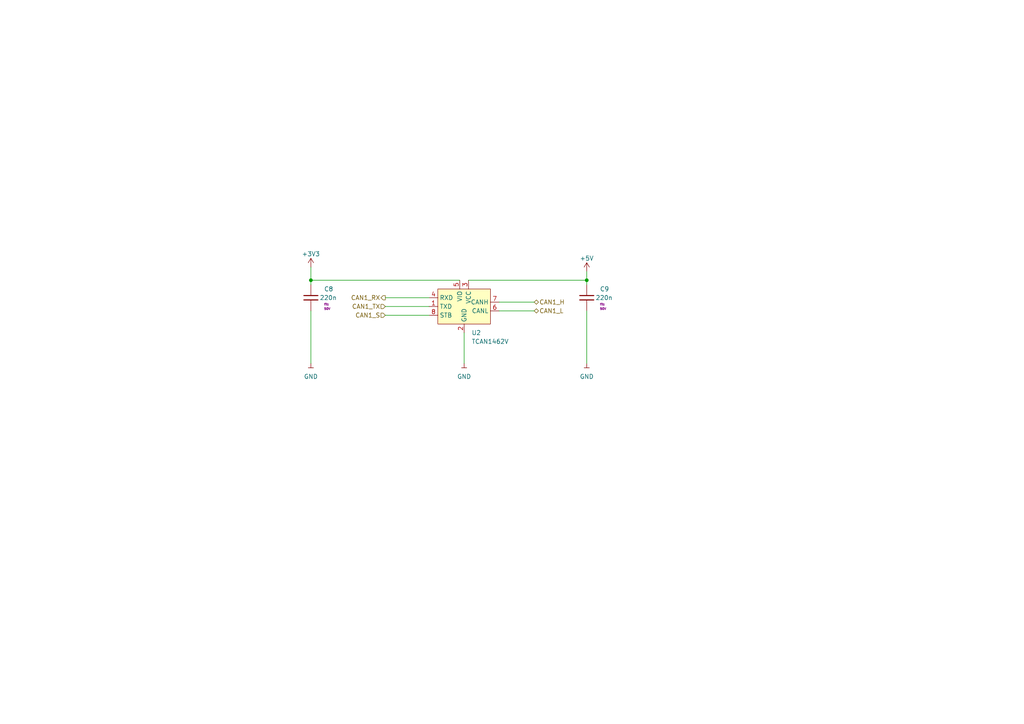
<source format=kicad_sch>
(kicad_sch (version 20250114) (generator "eeschema") (generator_version "9.0")
  (paper "A4")
  (title_block (title "Transiver") (date "2023-06-16") (rev "R${release}") (company "${company}") (comment 1 "${release_state}") (comment 2 "${prefix}-S${type_number}-R${release}-V${sch_variant}-C${sch_ci}") (comment 3 "hardware/${prefix}-S${type_number}_${short_desciption}"))
  (lib_symbols
    (symbol "Bluesat:TCAN1462V"
      (property "Reference" "U" (at 1.905 8.255 0))
      (property "Value" "TCAN1462V" (at 1.905 6.35 0))
      (symbol "TCAN1462V_1_1"
        (rectangle (start -7.62 5.08) (end 7.62 -5.08) (fill (type background)))
        (pin input line (at -10.16 2.54 0) (length 2.54) (name "RXD") (number "4"))
        (pin input line (at -10.16 0 0) (length 2.54) (name "TXD") (number "1"))
        (pin input line (at -10.16 -2.54 0) (length 2.54) (name "STB") (number "8"))
        (pin input line (at -1.27 7.62 270) (length 2.54) (name "VIO") (number "5"))
        (pin input line (at 0 -7.62 90) (length 2.54) (name "GND") (number "2"))
        (pin input line (at 0 -7.62 90) (length 2.54) (hide yes) (name "EP") (number "9"))
        (pin input line (at 1.27 7.62 270) (length 2.54) (name "VCC") (number "3"))
        (pin input line (at 10.16 1.27 180) (length 2.54) (name "CANH") (number "7"))
        (pin input line (at 10.16 -1.27 180) (length 2.54) (name "CANL") (number "6"))
      )
    )
    (symbol "Cap_10Percent_E24_0603_X7R_50V_-40C-125C:100n_0603_X7R_10%_50V_-40C..125C_Chip-Capacitor" (pin_numbers (hide yes)) (pin_names (offset 0.254))
      (property "Reference" "C" (at 0.635 2.54 0))
      (property "DisplayValue" "100n" (at 0.635 -2.54 0))
      (property "Fit" "fit: " (at 7.62 -3.81 0))
      (property "CapRatedVoltage" "50V" (at 0 0 0))
      (symbol "100n_0603_X7R_10%_50V_-40C..125C_Chip-Capacitor_0_1"
        (polyline (pts (xy -2.032 0.635) (xy 2.032 0.635)) (stroke (width 0.3048)))
        (polyline (pts (xy -2.032 -0.635) (xy 2.032 -0.635)) (stroke (width 0.3048)))
      )
      (symbol "100n_0603_X7R_10%_50V_-40C..125C_Chip-Capacitor_1_1"
        (pin passive line (at 0 3.81 270) (length 3.2004) (name "~") (number "1"))
        (pin passive line (at 0 -3.81 90) (length 2.9972) (name "~") (number "2"))
      )
    )
    (symbol "powerport:+3V3" (power) (pin_names (offset 0))
      (property "Value" "+3V3" (at 0 3.556 0))
      (symbol "+3V3_0_1"
        (polyline (pts (xy -0.762 1.27) (xy 0 2.54)))
        (polyline (pts (xy 0 2.54) (xy 0.762 1.27)))
        (polyline (pts (xy 0 0) (xy 0 2.54)))
      )
      (symbol "+3V3_1_1"
        (pin power_in line (at 0 0 90) (length 0) (hide yes) (name "+3V3") (number "1"))
      )
    )
    (symbol "powerport:+5V" (power) (pin_names (offset 0))
      (property "Value" "+5V" (at 0 3.556 0))
      (symbol "+5V_0_1"
        (polyline (pts (xy -0.762 1.27) (xy 0 2.54)))
        (polyline (pts (xy 0 2.54) (xy 0.762 1.27)))
        (polyline (pts (xy 0 0) (xy 0 2.54)))
      )
      (symbol "+5V_1_1"
        (pin power_in line (at 0 0 90) (length 0) (hide yes) (name "+5V") (number "1"))
      )
    )
    (symbol "powerport:GND" (power) (pin_names (offset 0))
      (property "Value" "GND" (at 0 -2.54 0))
      (symbol "GND_0_1"
        (polyline (pts (xy -0.762 -1.27) (xy 0.762 -1.27)))
        (polyline (pts (xy 0 0) (xy 0 -1.27)))
      )
      (symbol "GND_1_1"
        (pin power_in line (at 0 0 270) (length 0) (hide yes) (name "GND") (number "1"))
      )
    )
  )
  (junction (at 90.17 81.28))
  (junction (at 170.18 81.28))
  (wire (pts (xy 90.17 77.47) (xy 90.17 81.28)))
  (wire (pts (xy 111.76 91.44) (xy 124.46 91.44)))
  (wire (pts (xy 170.18 105.41) (xy 170.18 90.17)))
  (wire (pts (xy 90.17 90.17) (xy 90.17 105.41)))
  (wire (pts (xy 134.62 96.52) (xy 134.62 105.41)))
  (wire (pts (xy 144.78 87.63) (xy 154.94 87.63)))
  (wire (pts (xy 90.17 81.28) (xy 133.35 81.28)))
  (wire (pts (xy 135.89 81.28) (xy 170.18 81.28)))
  (wire (pts (xy 170.18 78.74) (xy 170.18 81.28)))
  (wire (pts (xy 111.76 86.36) (xy 124.46 86.36)))
  (wire (pts (xy 111.76 88.9) (xy 124.46 88.9)))
  (wire (pts (xy 144.78 90.17) (xy 154.94 90.17)))
  (wire (pts (xy 90.17 81.28) (xy 90.17 82.55)))
  (wire (pts (xy 170.18 81.28) (xy 170.18 82.55)))
  (hierarchical_label "CAN1_RX" (shape output) (at 111.76 86.36 180))
  (hierarchical_label "CAN1_L" (shape bidirectional) (at 154.94 90.17 0))
  (hierarchical_label "CAN1_H" (shape bidirectional) (at 154.94 87.63 0))
  (hierarchical_label "CAN1_TX" (shape input) (at 111.76 88.9 180))
  (hierarchical_label "CAN1_S" (shape input) (at 111.76 91.44 180))
  (symbol (lib_id "powerport:GND") (at 170.18 105.41 0) (unit 1)
    (property "Reference" "#PWR035" (effects (hide yes)))
    (property "Value" "GND" (at 170.18 109.22 0))
  )
  (symbol (lib_id "powerport:GND") (at 134.62 105.41 0) (unit 1)
    (property "Reference" "#PWR025" (effects (hide yes)))
    (property "Value" "GND" (at 134.62 109.22 0))
  )
  (symbol (lib_id "Cap_10Percent_E24_0603_X7R_50V_-40C-125C:100n_0603_X7R_10%_50V_-40C..125C_Chip-Capacitor") (at 90.17 86.36 0) (unit 1)
    (property "Reference" "C8" (at 93.98 83.8327 0) (effects (justify left)))
    (property "Value" "220n" (at 92.71 86.36 0) (effects (justify left)))
    (property "Footprint" "Capacitor_SMD:C_0402_1005Metric" (effects (hide yes)))
    (property "MPN" "any" (effects (hide yes)))
    (property "Manufacturer" "any" (effects (hide yes)))
    (property "DisplayValue" "100n" (effects (hide yes)))
    (property "Fit" "fit: " (at 93.98 88.2777 0) (effects (font (size 0.635 0.635)) (justify left)))
    (property "State" "legacy" (effects (hide yes)))
    (property "CapRatedVoltage" "50V" (at 93.98 89.5477 0) (effects (font (size 0.635 0.635)) (justify left)))
    (property "Package" "0402" (effects (hide yes)))
  )
  (symbol (lib_id "powerport:+3V3") (at 90.17 77.47 0) (unit 1)
    (property "Reference" "#PWR030" (effects (hide yes)))
    (property "Value" "+3V3" (at 90.17 73.66 0))
  )
  (symbol (lib_id "powerport:GND") (at 90.17 105.41 0) (unit 1)
    (property "Reference" "#PWR031" (effects (hide yes)))
    (property "Value" "GND" (at 90.17 109.22 0))
  )
  (symbol (lib_id "Bluesat:TCAN1462V") (at 134.62 88.9 0) (unit 1)
    (property "Reference" "U2" (at 136.7633 96.52 0) (effects (justify left)))
    (property "Value" "TCAN1462V" (at 136.7633 99.06 0) (effects (justify left)))
    (property "Footprint" "Package_SON:VSON-8-1EP_3x3mm_P0.65mm_EP1.65x2.4mm" (effects (hide yes)))
  )
  (symbol (lib_id "powerport:+5V") (at 170.18 78.74 0) (unit 1)
    (property "Reference" "#PWR034" (effects (hide yes)))
    (property "Value" "+5V" (at 170.18 74.93 0))
  )
  (symbol (lib_id "Cap_10Percent_E24_0603_X7R_50V_-40C-125C:100n_0603_X7R_10%_50V_-40C..125C_Chip-Capacitor") (at 170.18 86.36 0) (unit 1)
    (property "Reference" "C9" (at 173.99 83.8327 0) (effects (justify left)))
    (property "Value" "220n" (at 172.72 86.36 0) (effects (justify left)))
    (property "Footprint" "Capacitor_SMD:C_0402_1005Metric" (effects (hide yes)))
    (property "MPN" "any" (effects (hide yes)))
    (property "Manufacturer" "any" (effects (hide yes)))
    (property "DisplayValue" "100n" (effects (hide yes)))
    (property "Fit" "fit: " (at 173.99 88.2777 0) (effects (font (size 0.635 0.635)) (justify left)))
    (property "State" "legacy" (effects (hide yes)))
    (property "CapRatedVoltage" "50V" (at 173.99 89.5477 0) (effects (font (size 0.635 0.635)) (justify left)))
    (property "Package" "0402" (effects (hide yes)))
  )
)
</source>
